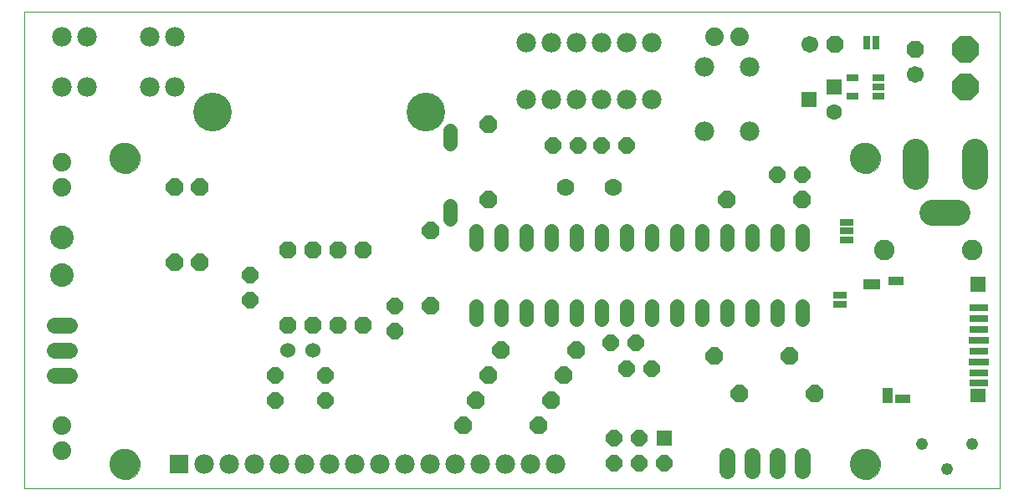
<source format=gts>
G75*
%MOIN*%
%OFA0B0*%
%FSLAX24Y24*%
%IPPOS*%
%LPD*%
%AMOC8*
5,1,8,0,0,1.08239X$1,22.5*
%
%ADD10C,0.0000*%
%ADD11C,0.1540*%
%ADD12C,0.0560*%
%ADD13OC8,0.0670*%
%ADD14C,0.0600*%
%ADD15OC8,0.0700*%
%ADD16OC8,0.0640*%
%ADD17R,0.0640X0.0640*%
%ADD18C,0.0670*%
%ADD19C,0.0700*%
%ADD20C,0.0780*%
%ADD21R,0.0512X0.0257*%
%ADD22C,0.0820*%
%ADD23C,0.1040*%
%ADD24R,0.0290X0.0540*%
%ADD25R,0.0631X0.0591*%
%ADD26R,0.0631X0.0552*%
%ADD27R,0.0729X0.0316*%
%ADD28R,0.0840X0.0316*%
%ADD29R,0.0631X0.0355*%
%ADD30R,0.0434X0.0591*%
%ADD31R,0.0591X0.0355*%
%ADD32R,0.0650X0.0434*%
%ADD33R,0.0780X0.0780*%
%ADD34C,0.0640*%
%ADD35C,0.0740*%
%ADD36C,0.0630*%
%ADD37R,0.0630X0.0630*%
%ADD38OC8,0.1040*%
%ADD39R,0.0540X0.0290*%
%ADD40C,0.1221*%
%ADD41C,0.0480*%
%ADD42C,0.0940*%
D10*
X000100Y000550D02*
X000100Y019546D01*
X038970Y019546D01*
X038970Y000550D01*
X000100Y000550D01*
X003509Y001500D02*
X003511Y001548D01*
X003517Y001596D01*
X003527Y001643D01*
X003540Y001689D01*
X003558Y001734D01*
X003578Y001778D01*
X003603Y001820D01*
X003631Y001859D01*
X003661Y001896D01*
X003695Y001930D01*
X003732Y001962D01*
X003770Y001991D01*
X003811Y002016D01*
X003854Y002038D01*
X003899Y002056D01*
X003945Y002070D01*
X003992Y002081D01*
X004040Y002088D01*
X004088Y002091D01*
X004136Y002090D01*
X004184Y002085D01*
X004232Y002076D01*
X004278Y002064D01*
X004323Y002047D01*
X004367Y002027D01*
X004409Y002004D01*
X004449Y001977D01*
X004487Y001947D01*
X004522Y001914D01*
X004554Y001878D01*
X004584Y001840D01*
X004610Y001799D01*
X004632Y001756D01*
X004652Y001712D01*
X004667Y001667D01*
X004679Y001620D01*
X004687Y001572D01*
X004691Y001524D01*
X004691Y001476D01*
X004687Y001428D01*
X004679Y001380D01*
X004667Y001333D01*
X004652Y001288D01*
X004632Y001244D01*
X004610Y001201D01*
X004584Y001160D01*
X004554Y001122D01*
X004522Y001086D01*
X004487Y001053D01*
X004449Y001023D01*
X004409Y000996D01*
X004367Y000973D01*
X004323Y000953D01*
X004278Y000936D01*
X004232Y000924D01*
X004184Y000915D01*
X004136Y000910D01*
X004088Y000909D01*
X004040Y000912D01*
X003992Y000919D01*
X003945Y000930D01*
X003899Y000944D01*
X003854Y000962D01*
X003811Y000984D01*
X003770Y001009D01*
X003732Y001038D01*
X003695Y001070D01*
X003661Y001104D01*
X003631Y001141D01*
X003603Y001180D01*
X003578Y001222D01*
X003558Y001266D01*
X003540Y001311D01*
X003527Y001357D01*
X003517Y001404D01*
X003511Y001452D01*
X003509Y001500D01*
X003509Y013700D02*
X003511Y013748D01*
X003517Y013796D01*
X003527Y013843D01*
X003540Y013889D01*
X003558Y013934D01*
X003578Y013978D01*
X003603Y014020D01*
X003631Y014059D01*
X003661Y014096D01*
X003695Y014130D01*
X003732Y014162D01*
X003770Y014191D01*
X003811Y014216D01*
X003854Y014238D01*
X003899Y014256D01*
X003945Y014270D01*
X003992Y014281D01*
X004040Y014288D01*
X004088Y014291D01*
X004136Y014290D01*
X004184Y014285D01*
X004232Y014276D01*
X004278Y014264D01*
X004323Y014247D01*
X004367Y014227D01*
X004409Y014204D01*
X004449Y014177D01*
X004487Y014147D01*
X004522Y014114D01*
X004554Y014078D01*
X004584Y014040D01*
X004610Y013999D01*
X004632Y013956D01*
X004652Y013912D01*
X004667Y013867D01*
X004679Y013820D01*
X004687Y013772D01*
X004691Y013724D01*
X004691Y013676D01*
X004687Y013628D01*
X004679Y013580D01*
X004667Y013533D01*
X004652Y013488D01*
X004632Y013444D01*
X004610Y013401D01*
X004584Y013360D01*
X004554Y013322D01*
X004522Y013286D01*
X004487Y013253D01*
X004449Y013223D01*
X004409Y013196D01*
X004367Y013173D01*
X004323Y013153D01*
X004278Y013136D01*
X004232Y013124D01*
X004184Y013115D01*
X004136Y013110D01*
X004088Y013109D01*
X004040Y013112D01*
X003992Y013119D01*
X003945Y013130D01*
X003899Y013144D01*
X003854Y013162D01*
X003811Y013184D01*
X003770Y013209D01*
X003732Y013238D01*
X003695Y013270D01*
X003661Y013304D01*
X003631Y013341D01*
X003603Y013380D01*
X003578Y013422D01*
X003558Y013466D01*
X003540Y013511D01*
X003527Y013557D01*
X003517Y013604D01*
X003511Y013652D01*
X003509Y013700D01*
X033009Y013700D02*
X033011Y013748D01*
X033017Y013796D01*
X033027Y013843D01*
X033040Y013889D01*
X033058Y013934D01*
X033078Y013978D01*
X033103Y014020D01*
X033131Y014059D01*
X033161Y014096D01*
X033195Y014130D01*
X033232Y014162D01*
X033270Y014191D01*
X033311Y014216D01*
X033354Y014238D01*
X033399Y014256D01*
X033445Y014270D01*
X033492Y014281D01*
X033540Y014288D01*
X033588Y014291D01*
X033636Y014290D01*
X033684Y014285D01*
X033732Y014276D01*
X033778Y014264D01*
X033823Y014247D01*
X033867Y014227D01*
X033909Y014204D01*
X033949Y014177D01*
X033987Y014147D01*
X034022Y014114D01*
X034054Y014078D01*
X034084Y014040D01*
X034110Y013999D01*
X034132Y013956D01*
X034152Y013912D01*
X034167Y013867D01*
X034179Y013820D01*
X034187Y013772D01*
X034191Y013724D01*
X034191Y013676D01*
X034187Y013628D01*
X034179Y013580D01*
X034167Y013533D01*
X034152Y013488D01*
X034132Y013444D01*
X034110Y013401D01*
X034084Y013360D01*
X034054Y013322D01*
X034022Y013286D01*
X033987Y013253D01*
X033949Y013223D01*
X033909Y013196D01*
X033867Y013173D01*
X033823Y013153D01*
X033778Y013136D01*
X033732Y013124D01*
X033684Y013115D01*
X033636Y013110D01*
X033588Y013109D01*
X033540Y013112D01*
X033492Y013119D01*
X033445Y013130D01*
X033399Y013144D01*
X033354Y013162D01*
X033311Y013184D01*
X033270Y013209D01*
X033232Y013238D01*
X033195Y013270D01*
X033161Y013304D01*
X033131Y013341D01*
X033103Y013380D01*
X033078Y013422D01*
X033058Y013466D01*
X033040Y013511D01*
X033027Y013557D01*
X033017Y013604D01*
X033011Y013652D01*
X033009Y013700D01*
X033009Y001500D02*
X033011Y001548D01*
X033017Y001596D01*
X033027Y001643D01*
X033040Y001689D01*
X033058Y001734D01*
X033078Y001778D01*
X033103Y001820D01*
X033131Y001859D01*
X033161Y001896D01*
X033195Y001930D01*
X033232Y001962D01*
X033270Y001991D01*
X033311Y002016D01*
X033354Y002038D01*
X033399Y002056D01*
X033445Y002070D01*
X033492Y002081D01*
X033540Y002088D01*
X033588Y002091D01*
X033636Y002090D01*
X033684Y002085D01*
X033732Y002076D01*
X033778Y002064D01*
X033823Y002047D01*
X033867Y002027D01*
X033909Y002004D01*
X033949Y001977D01*
X033987Y001947D01*
X034022Y001914D01*
X034054Y001878D01*
X034084Y001840D01*
X034110Y001799D01*
X034132Y001756D01*
X034152Y001712D01*
X034167Y001667D01*
X034179Y001620D01*
X034187Y001572D01*
X034191Y001524D01*
X034191Y001476D01*
X034187Y001428D01*
X034179Y001380D01*
X034167Y001333D01*
X034152Y001288D01*
X034132Y001244D01*
X034110Y001201D01*
X034084Y001160D01*
X034054Y001122D01*
X034022Y001086D01*
X033987Y001053D01*
X033949Y001023D01*
X033909Y000996D01*
X033867Y000973D01*
X033823Y000953D01*
X033778Y000936D01*
X033732Y000924D01*
X033684Y000915D01*
X033636Y000910D01*
X033588Y000909D01*
X033540Y000912D01*
X033492Y000919D01*
X033445Y000930D01*
X033399Y000944D01*
X033354Y000962D01*
X033311Y000984D01*
X033270Y001009D01*
X033232Y001038D01*
X033195Y001070D01*
X033161Y001104D01*
X033131Y001141D01*
X033103Y001180D01*
X033078Y001222D01*
X033058Y001266D01*
X033040Y001311D01*
X033027Y001357D01*
X033017Y001404D01*
X033011Y001452D01*
X033009Y001500D01*
D11*
X016100Y015550D03*
X007600Y015550D03*
D12*
X017050Y014810D02*
X017050Y014290D01*
X017050Y011810D02*
X017050Y011290D01*
X018100Y010810D02*
X018100Y010290D01*
X019100Y010290D02*
X019100Y010810D01*
X020100Y010810D02*
X020100Y010290D01*
X021100Y010290D02*
X021100Y010810D01*
X022100Y010810D02*
X022100Y010290D01*
X023100Y010290D02*
X023100Y010810D01*
X024100Y010810D02*
X024100Y010290D01*
X025100Y010290D02*
X025100Y010810D01*
X026100Y010810D02*
X026100Y010290D01*
X027100Y010290D02*
X027100Y010810D01*
X028100Y010810D02*
X028100Y010290D01*
X029100Y010290D02*
X029100Y010810D01*
X030100Y010810D02*
X030100Y010290D01*
X031100Y010290D02*
X031100Y010810D01*
X031100Y007810D02*
X031100Y007290D01*
X030100Y007290D02*
X030100Y007810D01*
X029100Y007810D02*
X029100Y007290D01*
X028100Y007290D02*
X028100Y007810D01*
X027100Y007810D02*
X027100Y007290D01*
X026100Y007290D02*
X026100Y007810D01*
X025100Y007810D02*
X025100Y007290D01*
X024100Y007290D02*
X024100Y007810D01*
X023100Y007810D02*
X023100Y007290D01*
X022100Y007290D02*
X022100Y007810D01*
X021100Y007810D02*
X021100Y007290D01*
X020100Y007290D02*
X020100Y007810D01*
X019100Y007810D02*
X019100Y007290D01*
X018100Y007290D02*
X018100Y007810D01*
D13*
X013600Y007050D03*
X012600Y007050D03*
X011600Y007050D03*
X010600Y007050D03*
X010600Y010050D03*
X011600Y010050D03*
X012600Y010050D03*
X013600Y010050D03*
X032400Y018250D03*
X035600Y018050D03*
D14*
X011600Y006050D03*
X010600Y006050D03*
D15*
X016300Y007800D03*
X019100Y006050D03*
X018600Y005050D03*
X018100Y004050D03*
X017600Y003050D03*
X020600Y003050D03*
X021100Y004050D03*
X021600Y005050D03*
X022100Y006050D03*
X027600Y005800D03*
X030600Y005800D03*
X031600Y004300D03*
X028600Y004300D03*
X016300Y010800D03*
X018600Y012050D03*
X018600Y015050D03*
X028100Y012050D03*
X031100Y012050D03*
X007100Y012550D03*
X006100Y012550D03*
X006100Y009550D03*
X007100Y009550D03*
D16*
X009100Y009050D03*
X009100Y008050D03*
X014850Y007800D03*
X014850Y006800D03*
X012100Y005050D03*
X012100Y004050D03*
X010100Y004050D03*
X010100Y005050D03*
X023450Y006350D03*
X024450Y006350D03*
X024100Y005300D03*
X025100Y005300D03*
X024600Y002550D03*
X023600Y002550D03*
X023600Y001550D03*
X024600Y001550D03*
X025600Y001550D03*
X030100Y013050D03*
X031100Y013050D03*
X024100Y014200D03*
X023100Y014200D03*
X022150Y014200D03*
X021150Y014200D03*
D17*
X025600Y002550D03*
D18*
X035600Y017050D03*
X031400Y018250D03*
D19*
X023550Y012550D03*
X021650Y012550D03*
D20*
X027210Y014770D03*
X028990Y014770D03*
X025100Y016050D03*
X024100Y016050D03*
X023100Y016050D03*
X022100Y016050D03*
X021100Y016050D03*
X020100Y016050D03*
X020100Y018300D03*
X021100Y018300D03*
X022100Y018300D03*
X023100Y018300D03*
X024100Y018300D03*
X025100Y018300D03*
X027210Y017330D03*
X028990Y017330D03*
X006100Y016550D03*
X005100Y016550D03*
X002600Y016550D03*
X001600Y016550D03*
X001600Y018550D03*
X002600Y018550D03*
X005100Y018550D03*
X006100Y018550D03*
X007252Y001498D03*
X008252Y001498D03*
X009252Y001498D03*
X010252Y001498D03*
X011252Y001498D03*
X012252Y001498D03*
X013252Y001498D03*
X014252Y001498D03*
X015252Y001498D03*
X016252Y001498D03*
X017252Y001498D03*
X018252Y001498D03*
X019252Y001498D03*
X020252Y001498D03*
X021252Y001498D03*
D21*
X033088Y016176D03*
X034112Y016176D03*
X034112Y016550D03*
X034112Y016924D03*
X033088Y016924D03*
D22*
X034350Y010050D03*
X037850Y010050D03*
D23*
X037269Y011542D02*
X036269Y011542D01*
X035588Y012971D02*
X035588Y013971D01*
X037950Y013971D02*
X037950Y012971D01*
D24*
X034027Y018300D03*
X033673Y018300D03*
D25*
X038083Y008687D03*
D26*
X038083Y004238D03*
D27*
X038123Y004730D03*
X038123Y005143D03*
X038123Y006009D03*
X038123Y006876D03*
X038123Y007309D03*
X038123Y007742D03*
D28*
X038123Y006443D03*
X038123Y005576D03*
D29*
X035091Y004120D03*
D30*
X034501Y004238D03*
D31*
X034835Y008805D03*
D32*
X033871Y008667D03*
D33*
X006252Y001498D03*
D34*
X001900Y005050D02*
X001300Y005050D01*
X001300Y006050D02*
X001900Y006050D01*
X001900Y007050D02*
X001300Y007050D01*
X028100Y001850D02*
X028100Y001250D01*
X029100Y001250D02*
X029100Y001850D01*
X030100Y001850D02*
X030100Y001250D01*
X031100Y001250D02*
X031100Y001850D01*
D35*
X001600Y002050D03*
X001600Y003050D03*
X001600Y012550D03*
X001600Y013550D03*
X027600Y018550D03*
X028600Y018550D03*
D36*
X032350Y015550D03*
D37*
X031350Y016050D03*
X032350Y016550D03*
D38*
X037600Y016550D03*
X037600Y018050D03*
D39*
X032850Y011150D03*
X032850Y010800D03*
X032850Y010450D03*
X032600Y008227D03*
X032600Y007873D03*
D40*
X033600Y013700D03*
X033600Y001500D03*
X004100Y001500D03*
X004100Y013700D03*
D41*
X035850Y002300D03*
X037850Y002300D03*
X036850Y001300D03*
D42*
X001600Y009050D03*
X001606Y010550D03*
M02*

</source>
